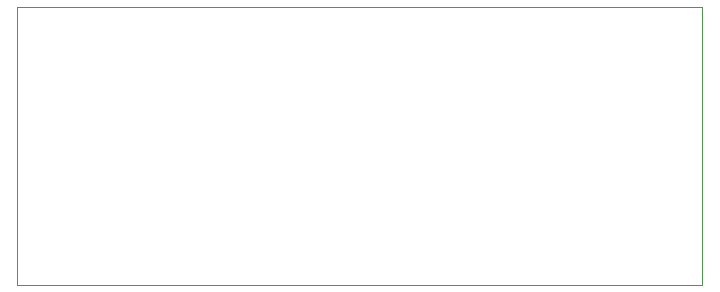
<source format=gbr>
%TF.GenerationSoftware,KiCad,Pcbnew,8.0.2*%
%TF.CreationDate,2024-07-10T18:46:52-04:00*%
%TF.ProjectId,EMGs,454d4773-2e6b-4696-9361-645f70636258,rev?*%
%TF.SameCoordinates,Original*%
%TF.FileFunction,Profile,NP*%
%FSLAX46Y46*%
G04 Gerber Fmt 4.6, Leading zero omitted, Abs format (unit mm)*
G04 Created by KiCad (PCBNEW 8.0.2) date 2024-07-10 18:46:52*
%MOMM*%
%LPD*%
G01*
G04 APERTURE LIST*
%TA.AperFunction,Profile*%
%ADD10C,0.050000*%
%TD*%
G04 APERTURE END LIST*
D10*
X123000000Y-83500000D02*
X181000000Y-83500000D01*
X181000000Y-107000000D01*
X123000000Y-107000000D01*
X123000000Y-83500000D01*
M02*

</source>
